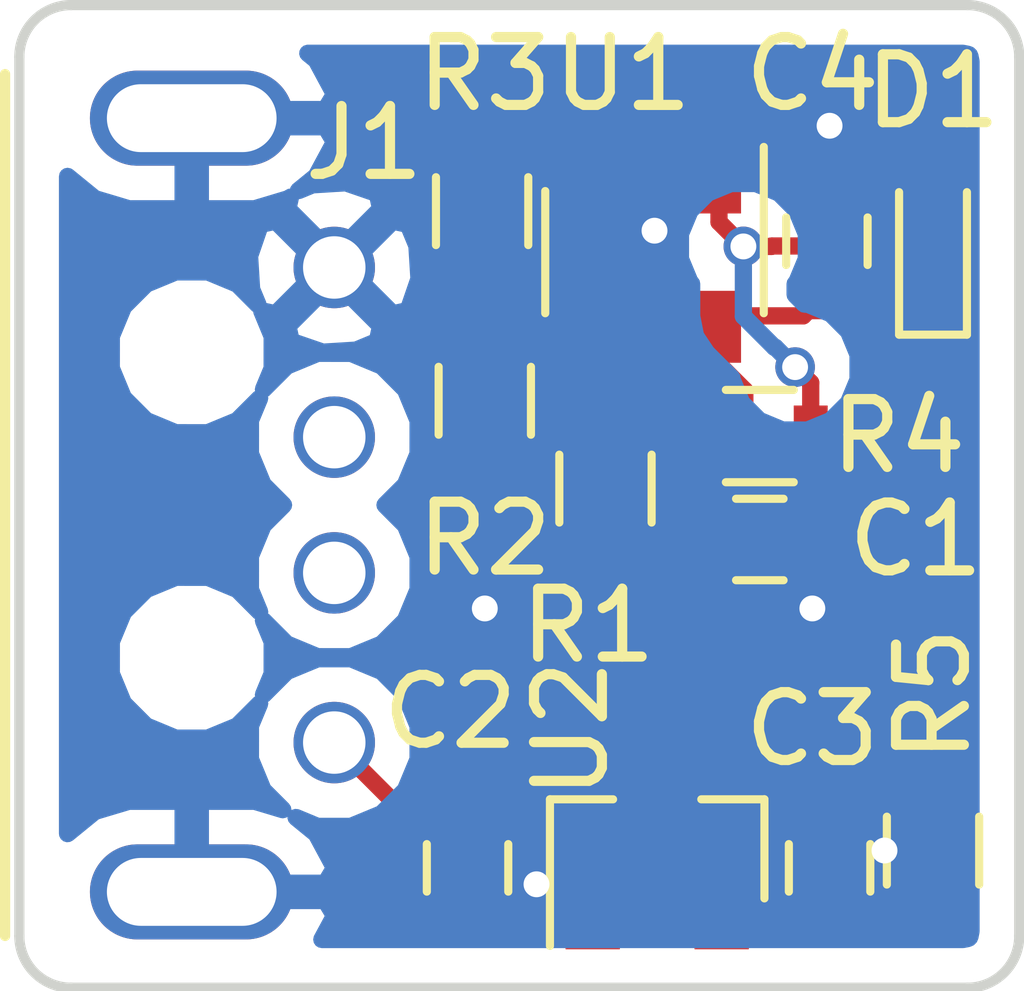
<source format=kicad_pcb>
(kicad_pcb (version 4) (host pcbnew 4.0.7)

  (general
    (links 25)
    (no_connects 2)
    (area 126.924999 106.858999 141.807001 121.487001)
    (thickness 1.6)
    (drawings 8)
    (tracks 79)
    (zones 0)
    (modules 13)
    (nets 10)
  )

  (page A4)
  (layers
    (0 F.Cu signal)
    (31 B.Cu signal)
    (32 B.Adhes user)
    (33 F.Adhes user)
    (34 B.Paste user)
    (35 F.Paste user)
    (36 B.SilkS user)
    (37 F.SilkS user)
    (38 B.Mask user)
    (39 F.Mask user)
    (40 Dwgs.User user)
    (41 Cmts.User user)
    (42 Eco1.User user)
    (43 Eco2.User user)
    (44 Edge.Cuts user)
    (45 Margin user)
    (46 B.CrtYd user)
    (47 F.CrtYd user)
    (48 B.Fab user)
    (49 F.Fab user)
  )

  (setup
    (last_trace_width 0.254)
    (trace_clearance 0.1524)
    (zone_clearance 0.508)
    (zone_45_only no)
    (trace_min 0.2)
    (segment_width 0.2)
    (edge_width 0.15)
    (via_size 0.5842)
    (via_drill 0.381)
    (via_min_size 0.4)
    (via_min_drill 0.3)
    (uvia_size 0.3)
    (uvia_drill 0.1)
    (uvias_allowed no)
    (uvia_min_size 0.2)
    (uvia_min_drill 0.1)
    (pcb_text_width 0.3)
    (pcb_text_size 1.5 1.5)
    (mod_edge_width 0.15)
    (mod_text_size 1 1)
    (mod_text_width 0.15)
    (pad_size 1.524 1.524)
    (pad_drill 0.762)
    (pad_to_mask_clearance 0.2)
    (aux_axis_origin 0 0)
    (visible_elements FFFFFF7F)
    (pcbplotparams
      (layerselection 0x00030_80000001)
      (usegerberextensions false)
      (excludeedgelayer true)
      (linewidth 0.100000)
      (plotframeref false)
      (viasonmask false)
      (mode 1)
      (useauxorigin false)
      (hpglpennumber 1)
      (hpglpenspeed 20)
      (hpglpendiameter 15)
      (hpglpenoverlay 2)
      (psnegative false)
      (psa4output false)
      (plotreference true)
      (plotvalue true)
      (plotinvisibletext false)
      (padsonsilk false)
      (subtractmaskfromsilk false)
      (outputformat 1)
      (mirror false)
      (drillshape 1)
      (scaleselection 1)
      (outputdirectory ""))
  )

  (net 0 "")
  (net 1 GND)
  (net 2 "Net-(C1-Pad1)")
  (net 3 VBUS)
  (net 4 +3V3)
  (net 5 /S_out)
  (net 6 "Net-(D1-Pad1)")
  (net 7 "Net-(J1-Pad2)")
  (net 8 "Net-(J1-Pad3)")
  (net 9 "Net-(R1-Pad1)")

  (net_class Default "This is the default net class."
    (clearance 0.1524)
    (trace_width 0.254)
    (via_dia 0.5842)
    (via_drill 0.381)
    (uvia_dia 0.3)
    (uvia_drill 0.1)
    (add_net +3V3)
    (add_net /S_out)
    (add_net GND)
    (add_net "Net-(C1-Pad1)")
    (add_net "Net-(D1-Pad1)")
    (add_net "Net-(J1-Pad2)")
    (add_net "Net-(J1-Pad3)")
    (add_net "Net-(R1-Pad1)")
    (add_net VBUS)
  )

  (module Capacitors_SMD:C_0603 (layer F.Cu) (tedit 59B98149) (tstamp 59B97E43)
    (at 137.91 114.808)
    (descr "Capacitor SMD 0603, reflow soldering, AVX (see smccp.pdf)")
    (tags "capacitor 0603")
    (path /59B8A0AB)
    (attr smd)
    (fp_text reference C1 (at 2.298 0) (layer F.SilkS)
      (effects (font (size 1 1) (thickness 0.15)))
    )
    (fp_text value "10uF 5%" (at 0 1.5) (layer F.Fab) hide
      (effects (font (size 1 1) (thickness 0.15)))
    )
    (fp_line (start 1.4 0.65) (end -1.4 0.65) (layer F.CrtYd) (width 0.05))
    (fp_line (start 1.4 0.65) (end 1.4 -0.65) (layer F.CrtYd) (width 0.05))
    (fp_line (start -1.4 -0.65) (end -1.4 0.65) (layer F.CrtYd) (width 0.05))
    (fp_line (start -1.4 -0.65) (end 1.4 -0.65) (layer F.CrtYd) (width 0.05))
    (fp_line (start 0.35 0.6) (end -0.35 0.6) (layer F.SilkS) (width 0.12))
    (fp_line (start -0.35 -0.6) (end 0.35 -0.6) (layer F.SilkS) (width 0.12))
    (fp_line (start -0.8 -0.4) (end 0.8 -0.4) (layer F.Fab) (width 0.1))
    (fp_line (start 0.8 -0.4) (end 0.8 0.4) (layer F.Fab) (width 0.1))
    (fp_line (start 0.8 0.4) (end -0.8 0.4) (layer F.Fab) (width 0.1))
    (fp_line (start -0.8 0.4) (end -0.8 -0.4) (layer F.Fab) (width 0.1))
    (fp_text user %R (at 0 0) (layer F.Fab)
      (effects (font (size 0.3 0.3) (thickness 0.075)))
    )
    (pad 2 smd rect (at 0.75 0) (size 0.8 0.75) (layers F.Cu F.Paste F.Mask)
      (net 1 GND))
    (pad 1 smd rect (at -0.75 0) (size 0.8 0.75) (layers F.Cu F.Paste F.Mask)
      (net 2 "Net-(C1-Pad1)"))
    (model Capacitors_SMD.3dshapes/C_0603.wrl
      (at (xyz 0 0 0))
      (scale (xyz 1 1 1))
      (rotate (xyz 0 0 0))
    )
  )

  (module Capacitors_SMD:C_0603 (layer F.Cu) (tedit 59B986C2) (tstamp 59B97E49)
    (at 133.604 119.646 270)
    (descr "Capacitor SMD 0603, reflow soldering, AVX (see smccp.pdf)")
    (tags "capacitor 0603")
    (path /59B9747B)
    (attr smd)
    (fp_text reference C2 (at -2.298 0.254 360) (layer F.SilkS)
      (effects (font (size 1 1) (thickness 0.15)))
    )
    (fp_text value "10uF 5%" (at 0 1.5 270) (layer F.Fab) hide
      (effects (font (size 1 1) (thickness 0.15)))
    )
    (fp_line (start 1.4 0.65) (end -1.4 0.65) (layer F.CrtYd) (width 0.05))
    (fp_line (start 1.4 0.65) (end 1.4 -0.65) (layer F.CrtYd) (width 0.05))
    (fp_line (start -1.4 -0.65) (end -1.4 0.65) (layer F.CrtYd) (width 0.05))
    (fp_line (start -1.4 -0.65) (end 1.4 -0.65) (layer F.CrtYd) (width 0.05))
    (fp_line (start 0.35 0.6) (end -0.35 0.6) (layer F.SilkS) (width 0.12))
    (fp_line (start -0.35 -0.6) (end 0.35 -0.6) (layer F.SilkS) (width 0.12))
    (fp_line (start -0.8 -0.4) (end 0.8 -0.4) (layer F.Fab) (width 0.1))
    (fp_line (start 0.8 -0.4) (end 0.8 0.4) (layer F.Fab) (width 0.1))
    (fp_line (start 0.8 0.4) (end -0.8 0.4) (layer F.Fab) (width 0.1))
    (fp_line (start -0.8 0.4) (end -0.8 -0.4) (layer F.Fab) (width 0.1))
    (fp_text user %R (at 0 0 270) (layer F.Fab)
      (effects (font (size 0.3 0.3) (thickness 0.075)))
    )
    (pad 2 smd rect (at 0.75 0 270) (size 0.8 0.75) (layers F.Cu F.Paste F.Mask)
      (net 1 GND))
    (pad 1 smd rect (at -0.75 0 270) (size 0.8 0.75) (layers F.Cu F.Paste F.Mask)
      (net 3 VBUS))
    (model Capacitors_SMD.3dshapes/C_0603.wrl
      (at (xyz 0 0 0))
      (scale (xyz 1 1 1))
      (rotate (xyz 0 0 0))
    )
  )

  (module Capacitors_SMD:C_0603 (layer F.Cu) (tedit 59B985F3) (tstamp 59B97E4F)
    (at 138.938 119.646 270)
    (descr "Capacitor SMD 0603, reflow soldering, AVX (see smccp.pdf)")
    (tags "capacitor 0603")
    (path /59B97AF9)
    (attr smd)
    (fp_text reference C3 (at -2.044 0.254 360) (layer F.SilkS)
      (effects (font (size 1 1) (thickness 0.15)))
    )
    (fp_text value "1uF 5%" (at 0 1.5 270) (layer F.Fab) hide
      (effects (font (size 1 1) (thickness 0.15)))
    )
    (fp_line (start 1.4 0.65) (end -1.4 0.65) (layer F.CrtYd) (width 0.05))
    (fp_line (start 1.4 0.65) (end 1.4 -0.65) (layer F.CrtYd) (width 0.05))
    (fp_line (start -1.4 -0.65) (end -1.4 0.65) (layer F.CrtYd) (width 0.05))
    (fp_line (start -1.4 -0.65) (end 1.4 -0.65) (layer F.CrtYd) (width 0.05))
    (fp_line (start 0.35 0.6) (end -0.35 0.6) (layer F.SilkS) (width 0.12))
    (fp_line (start -0.35 -0.6) (end 0.35 -0.6) (layer F.SilkS) (width 0.12))
    (fp_line (start -0.8 -0.4) (end 0.8 -0.4) (layer F.Fab) (width 0.1))
    (fp_line (start 0.8 -0.4) (end 0.8 0.4) (layer F.Fab) (width 0.1))
    (fp_line (start 0.8 0.4) (end -0.8 0.4) (layer F.Fab) (width 0.1))
    (fp_line (start -0.8 0.4) (end -0.8 -0.4) (layer F.Fab) (width 0.1))
    (fp_text user %R (at 0 0 270) (layer F.Fab)
      (effects (font (size 0.3 0.3) (thickness 0.075)))
    )
    (pad 2 smd rect (at 0.75 0 270) (size 0.8 0.75) (layers F.Cu F.Paste F.Mask)
      (net 1 GND))
    (pad 1 smd rect (at -0.75 0 270) (size 0.8 0.75) (layers F.Cu F.Paste F.Mask)
      (net 4 +3V3))
    (model Capacitors_SMD.3dshapes/C_0603.wrl
      (at (xyz 0 0 0))
      (scale (xyz 1 1 1))
      (rotate (xyz 0 0 0))
    )
  )

  (module Capacitors_SMD:C_0603 (layer F.Cu) (tedit 59B981AA) (tstamp 59B97E55)
    (at 138.898619 110.412937 270)
    (descr "Capacitor SMD 0603, reflow soldering, AVX (see smccp.pdf)")
    (tags "capacitor 0603")
    (path /59B97C78)
    (attr smd)
    (fp_text reference C4 (at -2.462937 0.214619 360) (layer F.SilkS)
      (effects (font (size 1 1) (thickness 0.15)))
    )
    (fp_text value "0.1uF 5%" (at 0 1.5 270) (layer F.Fab) hide
      (effects (font (size 1 1) (thickness 0.15)))
    )
    (fp_line (start 1.4 0.65) (end -1.4 0.65) (layer F.CrtYd) (width 0.05))
    (fp_line (start 1.4 0.65) (end 1.4 -0.65) (layer F.CrtYd) (width 0.05))
    (fp_line (start -1.4 -0.65) (end -1.4 0.65) (layer F.CrtYd) (width 0.05))
    (fp_line (start -1.4 -0.65) (end 1.4 -0.65) (layer F.CrtYd) (width 0.05))
    (fp_line (start 0.35 0.6) (end -0.35 0.6) (layer F.SilkS) (width 0.12))
    (fp_line (start -0.35 -0.6) (end 0.35 -0.6) (layer F.SilkS) (width 0.12))
    (fp_line (start -0.8 -0.4) (end 0.8 -0.4) (layer F.Fab) (width 0.1))
    (fp_line (start 0.8 -0.4) (end 0.8 0.4) (layer F.Fab) (width 0.1))
    (fp_line (start 0.8 0.4) (end -0.8 0.4) (layer F.Fab) (width 0.1))
    (fp_line (start -0.8 0.4) (end -0.8 -0.4) (layer F.Fab) (width 0.1))
    (fp_text user %R (at 0 0 270) (layer F.Fab)
      (effects (font (size 0.3 0.3) (thickness 0.075)))
    )
    (pad 2 smd rect (at 0.75 0 270) (size 0.8 0.75) (layers F.Cu F.Paste F.Mask)
      (net 4 +3V3))
    (pad 1 smd rect (at -0.75 0 270) (size 0.8 0.75) (layers F.Cu F.Paste F.Mask)
      (net 1 GND))
    (model Capacitors_SMD.3dshapes/C_0603.wrl
      (at (xyz 0 0 0))
      (scale (xyz 1 1 1))
      (rotate (xyz 0 0 0))
    )
  )

  (module LEDs:LED_0603 (layer F.Cu) (tedit 59B98C1A) (tstamp 59B97E5B)
    (at 140.462 110.49 90)
    (descr "LED 0603 smd package")
    (tags "LED led 0603 SMD smd SMT smt smdled SMDLED smtled SMTLED")
    (path /59B987E7)
    (attr smd)
    (fp_text reference D1 (at 2.286 0 180) (layer F.SilkS)
      (effects (font (size 1 1) (thickness 0.15)))
    )
    (fp_text value LED (at 0 1.35 90) (layer F.Fab) hide
      (effects (font (size 1 1) (thickness 0.15)))
    )
    (fp_line (start -1.3 -0.5) (end -1.3 0.5) (layer F.SilkS) (width 0.12))
    (fp_line (start -0.2 -0.2) (end -0.2 0.2) (layer F.Fab) (width 0.1))
    (fp_line (start -0.15 0) (end 0.15 -0.2) (layer F.Fab) (width 0.1))
    (fp_line (start 0.15 0.2) (end -0.15 0) (layer F.Fab) (width 0.1))
    (fp_line (start 0.15 -0.2) (end 0.15 0.2) (layer F.Fab) (width 0.1))
    (fp_line (start 0.8 0.4) (end -0.8 0.4) (layer F.Fab) (width 0.1))
    (fp_line (start 0.8 -0.4) (end 0.8 0.4) (layer F.Fab) (width 0.1))
    (fp_line (start -0.8 -0.4) (end 0.8 -0.4) (layer F.Fab) (width 0.1))
    (fp_line (start -0.8 0.4) (end -0.8 -0.4) (layer F.Fab) (width 0.1))
    (fp_line (start -1.3 0.5) (end 0.8 0.5) (layer F.SilkS) (width 0.12))
    (fp_line (start -1.3 -0.5) (end 0.8 -0.5) (layer F.SilkS) (width 0.12))
    (fp_line (start 1.45 -0.65) (end 1.45 0.65) (layer F.CrtYd) (width 0.05))
    (fp_line (start 1.45 0.65) (end -1.45 0.65) (layer F.CrtYd) (width 0.05))
    (fp_line (start -1.45 0.65) (end -1.45 -0.65) (layer F.CrtYd) (width 0.05))
    (fp_line (start -1.45 -0.65) (end 1.45 -0.65) (layer F.CrtYd) (width 0.05))
    (pad 2 smd rect (at 0.8 0 270) (size 0.8 0.8) (layers F.Cu F.Paste F.Mask)
      (net 5 /S_out))
    (pad 1 smd rect (at -0.8 0 270) (size 0.8 0.8) (layers F.Cu F.Paste F.Mask)
      (net 6 "Net-(D1-Pad1)"))
    (model ${KISYS3DMOD}/LEDs.3dshapes/LED_0603.wrl
      (at (xyz 0 0 0))
      (scale (xyz 1 1 1))
      (rotate (xyz 0 0 180))
    )
  )

  (module Eclectronics:USB_A_480370001 (layer F.Cu) (tedit 59B98143) (tstamp 59B97E67)
    (at 129.54 114.3 270)
    (path /59B9ABD8)
    (fp_text reference J1 (at -5.334 -2.54 360) (layer F.SilkS)
      (effects (font (size 1 1) (thickness 0.15)))
    )
    (fp_text value USB_A (at 0 -4.6 270) (layer F.Fab) hide
      (effects (font (size 1 1) (thickness 0.15)))
    )
    (fp_line (start -6.35 2.75) (end 6.35 2.75) (layer F.SilkS) (width 0.15))
    (pad 5 thru_hole oval (at 5.7 0 270) (size 1.4 3) (drill oval 1 2.5) (layers *.Cu *.Mask)
      (net 1 GND))
    (pad 2 thru_hole circle (at 1 -2.1 270) (size 1.2 1.2) (drill 0.92) (layers *.Cu *.Mask)
      (net 7 "Net-(J1-Pad2)"))
    (pad 1 thru_hole circle (at 3.5 -2.1 270) (size 1.2 1.2) (drill 0.92) (layers *.Cu *.Mask)
      (net 3 VBUS))
    (pad 3 thru_hole circle (at -1 -2.1 270) (size 1.2 1.2) (drill 0.92) (layers *.Cu *.Mask)
      (net 8 "Net-(J1-Pad3)"))
    (pad 4 thru_hole circle (at -3.5 -2.1 270) (size 1.2 1.2) (drill 0.92) (layers *.Cu *.Mask)
      (net 1 GND))
    (pad "" np_thru_hole circle (at 2.25 0 270) (size 1.1 1.1) (drill 1.1) (layers *.Cu *.Mask))
    (pad "" np_thru_hole circle (at -2.25 0 270) (size 1.1 1.1) (drill 1.1) (layers *.Cu *.Mask))
    (pad 5 thru_hole oval (at -5.7 0 270) (size 1.4 3) (drill oval 1 2.5) (layers *.Cu *.Mask)
      (net 1 GND))
  )

  (module Resistors_SMD:R_0603 (layer F.Cu) (tedit 59B985F7) (tstamp 59B97E6D)
    (at 135.636 114.058 270)
    (descr "Resistor SMD 0603, reflow soldering, Vishay (see dcrcw.pdf)")
    (tags "resistor 0603")
    (path /59B89B1A)
    (attr smd)
    (fp_text reference R1 (at 2.02 0.254 360) (layer F.SilkS)
      (effects (font (size 1 1) (thickness 0.15)))
    )
    (fp_text value "20K 1%" (at 0 1.5 270) (layer F.Fab) hide
      (effects (font (size 1 1) (thickness 0.15)))
    )
    (fp_text user %R (at 0 0 270) (layer F.Fab)
      (effects (font (size 0.4 0.4) (thickness 0.075)))
    )
    (fp_line (start -0.8 0.4) (end -0.8 -0.4) (layer F.Fab) (width 0.1))
    (fp_line (start 0.8 0.4) (end -0.8 0.4) (layer F.Fab) (width 0.1))
    (fp_line (start 0.8 -0.4) (end 0.8 0.4) (layer F.Fab) (width 0.1))
    (fp_line (start -0.8 -0.4) (end 0.8 -0.4) (layer F.Fab) (width 0.1))
    (fp_line (start 0.5 0.68) (end -0.5 0.68) (layer F.SilkS) (width 0.12))
    (fp_line (start -0.5 -0.68) (end 0.5 -0.68) (layer F.SilkS) (width 0.12))
    (fp_line (start -1.25 -0.7) (end 1.25 -0.7) (layer F.CrtYd) (width 0.05))
    (fp_line (start -1.25 -0.7) (end -1.25 0.7) (layer F.CrtYd) (width 0.05))
    (fp_line (start 1.25 0.7) (end 1.25 -0.7) (layer F.CrtYd) (width 0.05))
    (fp_line (start 1.25 0.7) (end -1.25 0.7) (layer F.CrtYd) (width 0.05))
    (pad 1 smd rect (at -0.75 0 270) (size 0.5 0.9) (layers F.Cu F.Paste F.Mask)
      (net 9 "Net-(R1-Pad1)"))
    (pad 2 smd rect (at 0.75 0 270) (size 0.5 0.9) (layers F.Cu F.Paste F.Mask)
      (net 4 +3V3))
    (model ${KISYS3DMOD}/Resistors_SMD.3dshapes/R_0603.wrl
      (at (xyz 0 0 0))
      (scale (xyz 1 1 1))
      (rotate (xyz 0 0 0))
    )
  )

  (module Resistors_SMD:R_0603 (layer F.Cu) (tedit 59B985EC) (tstamp 59B97E73)
    (at 133.858 112.764 270)
    (descr "Resistor SMD 0603, reflow soldering, Vishay (see dcrcw.pdf)")
    (tags "resistor 0603")
    (path /59B89BFB)
    (attr smd)
    (fp_text reference R2 (at 2.032 0 360) (layer F.SilkS)
      (effects (font (size 1 1) (thickness 0.15)))
    )
    (fp_text value "20K 1%" (at 0 1.5 270) (layer F.Fab) hide
      (effects (font (size 1 1) (thickness 0.15)))
    )
    (fp_text user %R (at 0 0 270) (layer F.Fab)
      (effects (font (size 0.4 0.4) (thickness 0.075)))
    )
    (fp_line (start -0.8 0.4) (end -0.8 -0.4) (layer F.Fab) (width 0.1))
    (fp_line (start 0.8 0.4) (end -0.8 0.4) (layer F.Fab) (width 0.1))
    (fp_line (start 0.8 -0.4) (end 0.8 0.4) (layer F.Fab) (width 0.1))
    (fp_line (start -0.8 -0.4) (end 0.8 -0.4) (layer F.Fab) (width 0.1))
    (fp_line (start 0.5 0.68) (end -0.5 0.68) (layer F.SilkS) (width 0.12))
    (fp_line (start -0.5 -0.68) (end 0.5 -0.68) (layer F.SilkS) (width 0.12))
    (fp_line (start -1.25 -0.7) (end 1.25 -0.7) (layer F.CrtYd) (width 0.05))
    (fp_line (start -1.25 -0.7) (end -1.25 0.7) (layer F.CrtYd) (width 0.05))
    (fp_line (start 1.25 0.7) (end 1.25 -0.7) (layer F.CrtYd) (width 0.05))
    (fp_line (start 1.25 0.7) (end -1.25 0.7) (layer F.CrtYd) (width 0.05))
    (pad 1 smd rect (at -0.75 0 270) (size 0.5 0.9) (layers F.Cu F.Paste F.Mask)
      (net 9 "Net-(R1-Pad1)"))
    (pad 2 smd rect (at 0.75 0 270) (size 0.5 0.9) (layers F.Cu F.Paste F.Mask)
      (net 1 GND))
    (model ${KISYS3DMOD}/Resistors_SMD.3dshapes/R_0603.wrl
      (at (xyz 0 0 0))
      (scale (xyz 1 1 1))
      (rotate (xyz 0 0 0))
    )
  )

  (module Resistors_SMD:R_0603 (layer F.Cu) (tedit 59B981FA) (tstamp 59B97E79)
    (at 133.818619 109.97 270)
    (descr "Resistor SMD 0603, reflow soldering, Vishay (see dcrcw.pdf)")
    (tags "resistor 0603")
    (path /59B89C16)
    (attr smd)
    (fp_text reference R3 (at -2.02 -0.039381 540) (layer F.SilkS)
      (effects (font (size 1 1) (thickness 0.15)))
    )
    (fp_text value "10K 1%" (at 0 1.5 270) (layer F.Fab) hide
      (effects (font (size 1 1) (thickness 0.15)))
    )
    (fp_text user %R (at 0 0 270) (layer F.Fab)
      (effects (font (size 0.4 0.4) (thickness 0.075)))
    )
    (fp_line (start -0.8 0.4) (end -0.8 -0.4) (layer F.Fab) (width 0.1))
    (fp_line (start 0.8 0.4) (end -0.8 0.4) (layer F.Fab) (width 0.1))
    (fp_line (start 0.8 -0.4) (end 0.8 0.4) (layer F.Fab) (width 0.1))
    (fp_line (start -0.8 -0.4) (end 0.8 -0.4) (layer F.Fab) (width 0.1))
    (fp_line (start 0.5 0.68) (end -0.5 0.68) (layer F.SilkS) (width 0.12))
    (fp_line (start -0.5 -0.68) (end 0.5 -0.68) (layer F.SilkS) (width 0.12))
    (fp_line (start -1.25 -0.7) (end 1.25 -0.7) (layer F.CrtYd) (width 0.05))
    (fp_line (start -1.25 -0.7) (end -1.25 0.7) (layer F.CrtYd) (width 0.05))
    (fp_line (start 1.25 0.7) (end 1.25 -0.7) (layer F.CrtYd) (width 0.05))
    (fp_line (start 1.25 0.7) (end -1.25 0.7) (layer F.CrtYd) (width 0.05))
    (pad 1 smd rect (at -0.75 0 270) (size 0.5 0.9) (layers F.Cu F.Paste F.Mask)
      (net 5 /S_out))
    (pad 2 smd rect (at 0.75 0 270) (size 0.5 0.9) (layers F.Cu F.Paste F.Mask)
      (net 9 "Net-(R1-Pad1)"))
    (model ${KISYS3DMOD}/Resistors_SMD.3dshapes/R_0603.wrl
      (at (xyz 0 0 0))
      (scale (xyz 1 1 1))
      (rotate (xyz 0 0 0))
    )
  )

  (module Resistors_SMD:R_0603 (layer F.Cu) (tedit 59B985F0) (tstamp 59B97E7F)
    (at 137.91 113.284 180)
    (descr "Resistor SMD 0603, reflow soldering, Vishay (see dcrcw.pdf)")
    (tags "resistor 0603")
    (path /59B899F7)
    (attr smd)
    (fp_text reference R4 (at -2.044 0 360) (layer F.SilkS)
      (effects (font (size 1 1) (thickness 0.15)))
    )
    (fp_text value "40.2K 1%" (at 0 1.5 180) (layer F.Fab) hide
      (effects (font (size 1 1) (thickness 0.15)))
    )
    (fp_text user %R (at 0 0 180) (layer F.Fab)
      (effects (font (size 0.4 0.4) (thickness 0.075)))
    )
    (fp_line (start -0.8 0.4) (end -0.8 -0.4) (layer F.Fab) (width 0.1))
    (fp_line (start 0.8 0.4) (end -0.8 0.4) (layer F.Fab) (width 0.1))
    (fp_line (start 0.8 -0.4) (end 0.8 0.4) (layer F.Fab) (width 0.1))
    (fp_line (start -0.8 -0.4) (end 0.8 -0.4) (layer F.Fab) (width 0.1))
    (fp_line (start 0.5 0.68) (end -0.5 0.68) (layer F.SilkS) (width 0.12))
    (fp_line (start -0.5 -0.68) (end 0.5 -0.68) (layer F.SilkS) (width 0.12))
    (fp_line (start -1.25 -0.7) (end 1.25 -0.7) (layer F.CrtYd) (width 0.05))
    (fp_line (start -1.25 -0.7) (end -1.25 0.7) (layer F.CrtYd) (width 0.05))
    (fp_line (start 1.25 0.7) (end 1.25 -0.7) (layer F.CrtYd) (width 0.05))
    (fp_line (start 1.25 0.7) (end -1.25 0.7) (layer F.CrtYd) (width 0.05))
    (pad 1 smd rect (at -0.75 0 180) (size 0.5 0.9) (layers F.Cu F.Paste F.Mask)
      (net 5 /S_out))
    (pad 2 smd rect (at 0.75 0 180) (size 0.5 0.9) (layers F.Cu F.Paste F.Mask)
      (net 2 "Net-(C1-Pad1)"))
    (model ${KISYS3DMOD}/Resistors_SMD.3dshapes/R_0603.wrl
      (at (xyz 0 0 0))
      (scale (xyz 1 1 1))
      (rotate (xyz 0 0 0))
    )
  )

  (module Resistors_SMD:R_0603 (layer F.Cu) (tedit 59B98625) (tstamp 59B97E85)
    (at 140.462 119.392 270)
    (descr "Resistor SMD 0603, reflow soldering, Vishay (see dcrcw.pdf)")
    (tags "resistor 0603")
    (path /59B98AA4)
    (attr smd)
    (fp_text reference R5 (at -2.298 0 270) (layer F.SilkS)
      (effects (font (size 1 1) (thickness 0.15)))
    )
    (fp_text value "3.01K 1%" (at 0 1.5 270) (layer F.Fab) hide
      (effects (font (size 1 1) (thickness 0.15)))
    )
    (fp_text user %R (at 0 0 270) (layer F.Fab)
      (effects (font (size 0.4 0.4) (thickness 0.075)))
    )
    (fp_line (start -0.8 0.4) (end -0.8 -0.4) (layer F.Fab) (width 0.1))
    (fp_line (start 0.8 0.4) (end -0.8 0.4) (layer F.Fab) (width 0.1))
    (fp_line (start 0.8 -0.4) (end 0.8 0.4) (layer F.Fab) (width 0.1))
    (fp_line (start -0.8 -0.4) (end 0.8 -0.4) (layer F.Fab) (width 0.1))
    (fp_line (start 0.5 0.68) (end -0.5 0.68) (layer F.SilkS) (width 0.12))
    (fp_line (start -0.5 -0.68) (end 0.5 -0.68) (layer F.SilkS) (width 0.12))
    (fp_line (start -1.25 -0.7) (end 1.25 -0.7) (layer F.CrtYd) (width 0.05))
    (fp_line (start -1.25 -0.7) (end -1.25 0.7) (layer F.CrtYd) (width 0.05))
    (fp_line (start 1.25 0.7) (end 1.25 -0.7) (layer F.CrtYd) (width 0.05))
    (fp_line (start 1.25 0.7) (end -1.25 0.7) (layer F.CrtYd) (width 0.05))
    (pad 1 smd rect (at -0.75 0 270) (size 0.5 0.9) (layers F.Cu F.Paste F.Mask)
      (net 6 "Net-(D1-Pad1)"))
    (pad 2 smd rect (at 0.75 0 270) (size 0.5 0.9) (layers F.Cu F.Paste F.Mask)
      (net 1 GND))
    (model ${KISYS3DMOD}/Resistors_SMD.3dshapes/R_0603.wrl
      (at (xyz 0 0 0))
      (scale (xyz 1 1 1))
      (rotate (xyz 0 0 0))
    )
  )

  (module TO_SOT_Packages_SMD:SOT-23-5 (layer F.Cu) (tedit 59B981E6) (tstamp 59B97E8E)
    (at 136.358619 110.574 270)
    (descr "5-pin SOT23 package")
    (tags SOT-23-5)
    (path /59B96A4F)
    (attr smd)
    (fp_text reference U1 (at -2.624 0.468619 360) (layer F.SilkS)
      (effects (font (size 1 1) (thickness 0.15)))
    )
    (fp_text value MCP6021 (at 0 2.9 270) (layer F.Fab) hide
      (effects (font (size 1 1) (thickness 0.15)))
    )
    (fp_text user %R (at 0 0 360) (layer F.Fab)
      (effects (font (size 0.5 0.5) (thickness 0.075)))
    )
    (fp_line (start -0.9 1.61) (end 0.9 1.61) (layer F.SilkS) (width 0.12))
    (fp_line (start 0.9 -1.61) (end -1.55 -1.61) (layer F.SilkS) (width 0.12))
    (fp_line (start -1.9 -1.8) (end 1.9 -1.8) (layer F.CrtYd) (width 0.05))
    (fp_line (start 1.9 -1.8) (end 1.9 1.8) (layer F.CrtYd) (width 0.05))
    (fp_line (start 1.9 1.8) (end -1.9 1.8) (layer F.CrtYd) (width 0.05))
    (fp_line (start -1.9 1.8) (end -1.9 -1.8) (layer F.CrtYd) (width 0.05))
    (fp_line (start -0.9 -0.9) (end -0.25 -1.55) (layer F.Fab) (width 0.1))
    (fp_line (start 0.9 -1.55) (end -0.25 -1.55) (layer F.Fab) (width 0.1))
    (fp_line (start -0.9 -0.9) (end -0.9 1.55) (layer F.Fab) (width 0.1))
    (fp_line (start 0.9 1.55) (end -0.9 1.55) (layer F.Fab) (width 0.1))
    (fp_line (start 0.9 -1.55) (end 0.9 1.55) (layer F.Fab) (width 0.1))
    (pad 1 smd rect (at -1.1 -0.95 270) (size 1.06 0.65) (layers F.Cu F.Paste F.Mask)
      (net 5 /S_out))
    (pad 2 smd rect (at -1.1 0 270) (size 1.06 0.65) (layers F.Cu F.Paste F.Mask)
      (net 1 GND))
    (pad 3 smd rect (at -1.1 0.95 270) (size 1.06 0.65) (layers F.Cu F.Paste F.Mask)
      (net 2 "Net-(C1-Pad1)"))
    (pad 4 smd rect (at 1.1 0.95 270) (size 1.06 0.65) (layers F.Cu F.Paste F.Mask)
      (net 9 "Net-(R1-Pad1)"))
    (pad 5 smd rect (at 1.1 -0.95 270) (size 1.06 0.65) (layers F.Cu F.Paste F.Mask)
      (net 4 +3V3))
    (model ${KISYS3DMOD}/TO_SOT_Packages_SMD.3dshapes/SOT-23-5.wrl
      (at (xyz 0 0 0))
      (scale (xyz 1 1 1))
      (rotate (xyz 0 0 0))
    )
  )

  (module TO_SOT_Packages_SMD:SOT-23 (layer F.Cu) (tedit 59B982B9) (tstamp 59B97E95)
    (at 136.398 119.396 90)
    (descr "SOT-23, Standard")
    (tags SOT-23)
    (path /59B972C8)
    (attr smd)
    (fp_text reference U2 (at 1.794 -1.27 270) (layer F.SilkS)
      (effects (font (size 1 1) (thickness 0.15)))
    )
    (fp_text value MCP1702-3302E (at 0 2.5 90) (layer F.Fab) hide
      (effects (font (size 1 1) (thickness 0.15)))
    )
    (fp_text user %R (at 0 0 270) (layer F.Fab)
      (effects (font (size 0.5 0.5) (thickness 0.075)))
    )
    (fp_line (start -0.7 -0.95) (end -0.7 1.5) (layer F.Fab) (width 0.1))
    (fp_line (start -0.15 -1.52) (end 0.7 -1.52) (layer F.Fab) (width 0.1))
    (fp_line (start -0.7 -0.95) (end -0.15 -1.52) (layer F.Fab) (width 0.1))
    (fp_line (start 0.7 -1.52) (end 0.7 1.52) (layer F.Fab) (width 0.1))
    (fp_line (start -0.7 1.52) (end 0.7 1.52) (layer F.Fab) (width 0.1))
    (fp_line (start 0.76 1.58) (end 0.76 0.65) (layer F.SilkS) (width 0.12))
    (fp_line (start 0.76 -1.58) (end 0.76 -0.65) (layer F.SilkS) (width 0.12))
    (fp_line (start -1.7 -1.75) (end 1.7 -1.75) (layer F.CrtYd) (width 0.05))
    (fp_line (start 1.7 -1.75) (end 1.7 1.75) (layer F.CrtYd) (width 0.05))
    (fp_line (start 1.7 1.75) (end -1.7 1.75) (layer F.CrtYd) (width 0.05))
    (fp_line (start -1.7 1.75) (end -1.7 -1.75) (layer F.CrtYd) (width 0.05))
    (fp_line (start 0.76 -1.58) (end -1.4 -1.58) (layer F.SilkS) (width 0.12))
    (fp_line (start 0.76 1.58) (end -0.7 1.58) (layer F.SilkS) (width 0.12))
    (pad 1 smd rect (at -1 -0.95 90) (size 0.9 0.8) (layers F.Cu F.Paste F.Mask)
      (net 1 GND))
    (pad 2 smd rect (at -1 0.95 90) (size 0.9 0.8) (layers F.Cu F.Paste F.Mask)
      (net 4 +3V3))
    (pad 3 smd rect (at 1 0 90) (size 0.9 0.8) (layers F.Cu F.Paste F.Mask)
      (net 3 VBUS))
    (model ${KISYS3DMOD}/TO_SOT_Packages_SMD.3dshapes/SOT-23.wrl
      (at (xyz 0 0 0))
      (scale (xyz 1 1 1))
      (rotate (xyz 0 0 0))
    )
  )

  (gr_arc (start 127.762 120.65) (end 127.762 121.412) (angle 90) (layer Edge.Cuts) (width 0.15))
  (gr_arc (start 127.762 107.696) (end 127 107.696) (angle 90) (layer Edge.Cuts) (width 0.15))
  (gr_arc (start 140.97 120.65) (end 141.732 120.65) (angle 90) (layer Edge.Cuts) (width 0.15))
  (gr_arc (start 140.97 107.696) (end 140.97 106.934) (angle 90) (layer Edge.Cuts) (width 0.15))
  (gr_line (start 127 120.65) (end 127 107.696) (layer Edge.Cuts) (width 0.15))
  (gr_line (start 140.97 121.412) (end 127.762 121.412) (layer Edge.Cuts) (width 0.15))
  (gr_line (start 141.732 107.696) (end 141.732 120.65) (layer Edge.Cuts) (width 0.15))
  (gr_line (start 127.762 106.934) (end 140.97 106.934) (layer Edge.Cuts) (width 0.15))

  (segment (start 134.366 120.396) (end 135.448 120.396) (width 0.254) (layer F.Cu) (net 1))
  (segment (start 133.604 120.396) (end 134.366 120.396) (width 0.254) (layer F.Cu) (net 1))
  (via (at 134.62 119.888) (size 0.5842) (drill 0.381) (layers F.Cu B.Cu) (net 1))
  (segment (start 134.366 120.396) (end 134.366 120.142) (width 0.254) (layer F.Cu) (net 1))
  (segment (start 134.366 120.142) (end 134.62 119.888) (width 0.254) (layer F.Cu) (net 1))
  (segment (start 140.462 120.142) (end 140.462 120.104898) (width 0.254) (layer F.Cu) (net 1))
  (segment (start 140.462 120.104898) (end 139.747387 119.390285) (width 0.254) (layer F.Cu) (net 1))
  (via (at 139.747387 119.390285) (size 0.5842) (drill 0.381) (layers F.Cu B.Cu) (net 1))
  (segment (start 140.462 120.142) (end 139.192 120.142) (width 0.254) (layer F.Cu) (net 1))
  (segment (start 139.192 120.142) (end 138.938 120.396) (width 0.254) (layer F.Cu) (net 1))
  (segment (start 138.66 114.808) (end 138.66 115.8) (width 0.254) (layer F.Cu) (net 1))
  (segment (start 138.66 115.8) (end 138.684 115.824) (width 0.254) (layer F.Cu) (net 1))
  (via (at 138.684 115.824) (size 0.5842) (drill 0.381) (layers F.Cu B.Cu) (net 1))
  (via (at 136.358619 110.258) (size 0.5842) (drill 0.381) (layers F.Cu B.Cu) (net 1))
  (segment (start 138.898619 109.662937) (end 138.898619 108.751381) (width 0.254) (layer F.Cu) (net 1))
  (segment (start 138.898619 108.751381) (end 138.938 108.712) (width 0.254) (layer F.Cu) (net 1))
  (via (at 138.938 108.712) (size 0.5842) (drill 0.381) (layers F.Cu B.Cu) (net 1))
  (segment (start 136.358619 109.474) (end 136.358619 110.258) (width 0.254) (layer F.Cu) (net 1))
  (segment (start 133.858 113.514) (end 133.858 115.824) (width 0.254) (layer F.Cu) (net 1))
  (via (at 133.858 115.824) (size 0.5842) (drill 0.381) (layers F.Cu B.Cu) (net 1))
  (segment (start 132.249401 110.190599) (end 132.239999 110.200001) (width 0.254) (layer F.Cu) (net 1))
  (segment (start 132.239999 110.200001) (end 131.64 110.8) (width 0.254) (layer F.Cu) (net 1))
  (segment (start 137.16 113.284) (end 137.16 114.808) (width 0.254) (layer F.Cu) (net 2))
  (segment (start 137.16 112.883303) (end 137.16 113.284) (width 0.254) (layer F.Cu) (net 2))
  (segment (start 136.704218 111.694273) (end 136.704218 112.427521) (width 0.254) (layer F.Cu) (net 2))
  (segment (start 136.704218 112.427521) (end 137.16 112.883303) (width 0.254) (layer F.Cu) (net 2))
  (segment (start 135.408619 110.398674) (end 136.704218 111.694273) (width 0.254) (layer F.Cu) (net 2))
  (segment (start 135.408619 109.474) (end 135.408619 110.398674) (width 0.254) (layer F.Cu) (net 2))
  (segment (start 133.604 118.896) (end 132.736 118.896) (width 0.254) (layer F.Cu) (net 3))
  (segment (start 132.736 118.896) (end 131.64 117.8) (width 0.254) (layer F.Cu) (net 3))
  (segment (start 133.604 118.896) (end 133.604 118.871) (width 0.254) (layer F.Cu) (net 3))
  (segment (start 132.025 117.8) (end 131.64 117.8) (width 0.254) (layer F.Cu) (net 3))
  (segment (start 136.398 118.396) (end 134.104 118.396) (width 0.254) (layer F.Cu) (net 3))
  (segment (start 134.104 118.396) (end 133.604 118.896) (width 0.254) (layer F.Cu) (net 3))
  (segment (start 136.761 117.348) (end 136.253 117.348) (width 0.254) (layer F.Cu) (net 4))
  (segment (start 136.253 117.348) (end 135.636 116.731) (width 0.254) (layer F.Cu) (net 4))
  (segment (start 138.309 118.896) (end 136.761 117.348) (width 0.254) (layer F.Cu) (net 4))
  (segment (start 137.308619 111.674) (end 137.308619 112.229697) (width 0.254) (layer F.Cu) (net 4))
  (segment (start 137.308619 112.229697) (end 137.689401 112.610479) (width 0.254) (layer F.Cu) (net 4))
  (segment (start 137.689401 112.610479) (end 137.689401 114.059479) (width 0.254) (layer F.Cu) (net 4))
  (segment (start 137.689401 114.059479) (end 137.839401 114.209479) (width 0.254) (layer F.Cu) (net 4))
  (segment (start 137.839401 114.209479) (end 137.839401 115.406521) (width 0.254) (layer F.Cu) (net 4))
  (segment (start 137.839401 115.406521) (end 137.783521 115.462401) (width 0.254) (layer F.Cu) (net 4))
  (segment (start 137.783521 115.462401) (end 136.490401 115.462401) (width 0.254) (layer F.Cu) (net 4))
  (segment (start 136.490401 115.462401) (end 135.836 114.808) (width 0.254) (layer F.Cu) (net 4))
  (segment (start 135.836 114.808) (end 135.636 114.808) (width 0.254) (layer F.Cu) (net 4))
  (segment (start 137.308619 111.674) (end 137.308619 111.879) (width 0.254) (layer F.Cu) (net 4))
  (segment (start 138.938 118.896) (end 138.309 118.896) (width 0.254) (layer F.Cu) (net 4))
  (segment (start 135.636 116.731) (end 135.636 115.312) (width 0.254) (layer F.Cu) (net 4))
  (segment (start 135.636 115.312) (end 135.636 114.808) (width 0.254) (layer F.Cu) (net 4))
  (segment (start 137.348 120.396) (end 137.438 120.396) (width 0.254) (layer F.Cu) (net 4))
  (segment (start 137.438 120.396) (end 138.938 118.896) (width 0.254) (layer F.Cu) (net 4))
  (segment (start 137.308619 111.512937) (end 138.548619 111.512937) (width 0.254) (layer F.Cu) (net 4))
  (segment (start 138.548619 111.512937) (end 138.898619 111.162937) (width 0.254) (layer F.Cu) (net 4))
  (segment (start 138.43 112.268) (end 138.137901 111.975901) (width 0.254) (layer B.Cu) (net 5))
  (segment (start 138.137901 111.975901) (end 138.124802 111.975901) (width 0.254) (layer B.Cu) (net 5))
  (segment (start 138.124802 111.975901) (end 137.668 111.519099) (width 0.254) (layer B.Cu) (net 5))
  (segment (start 138.66 113.284) (end 138.66 112.498) (width 0.254) (layer F.Cu) (net 5))
  (segment (start 138.66 112.498) (end 138.43 112.268) (width 0.254) (layer F.Cu) (net 5))
  (segment (start 137.668 110.49) (end 138.081091 110.49) (width 0.254) (layer F.Cu) (net 5))
  (segment (start 138.081091 110.49) (end 138.087555 110.483536) (width 0.254) (layer F.Cu) (net 5))
  (segment (start 138.087555 110.483536) (end 140.322464 110.483536) (width 0.254) (layer F.Cu) (net 5))
  (segment (start 140.322464 110.483536) (end 140.462 110.344) (width 0.254) (layer F.Cu) (net 5))
  (segment (start 140.462 110.344) (end 140.462 109.69) (width 0.254) (layer F.Cu) (net 5))
  (segment (start 137.668 110.49) (end 137.668 111.519099) (width 0.254) (layer B.Cu) (net 5))
  (via (at 138.43 112.268) (size 0.5842) (drill 0.381) (layers F.Cu B.Cu) (net 5))
  (segment (start 137.308619 109.474) (end 137.308619 110.130619) (width 0.254) (layer F.Cu) (net 5))
  (segment (start 137.308619 110.130619) (end 137.668 110.49) (width 0.254) (layer F.Cu) (net 5))
  (via (at 137.668 110.49) (size 0.5842) (drill 0.381) (layers F.Cu B.Cu) (net 5))
  (segment (start 134.330619 108.204) (end 136.822619 108.204) (width 0.254) (layer F.Cu) (net 5))
  (segment (start 136.822619 108.204) (end 137.308619 108.69) (width 0.254) (layer F.Cu) (net 5))
  (segment (start 137.308619 108.69) (end 137.308619 109.474) (width 0.254) (layer F.Cu) (net 5))
  (segment (start 133.818619 109.22) (end 133.818619 108.716) (width 0.254) (layer F.Cu) (net 5))
  (segment (start 133.818619 108.716) (end 134.330619 108.204) (width 0.254) (layer F.Cu) (net 5))
  (segment (start 140.462 111.29) (end 140.462 119.15) (width 0.254) (layer F.Cu) (net 6))
  (segment (start 135.408619 111.674) (end 135.408619 113.080619) (width 0.254) (layer F.Cu) (net 9))
  (segment (start 135.408619 113.080619) (end 135.636 113.308) (width 0.254) (layer F.Cu) (net 9))
  (segment (start 133.818619 110.72) (end 134.454619 110.72) (width 0.254) (layer F.Cu) (net 9))
  (segment (start 134.454619 110.72) (end 135.408619 111.674) (width 0.254) (layer F.Cu) (net 9))

  (zone (net 1) (net_name GND) (layer B.Cu) (tstamp 0) (hatch edge 0.508)
    (connect_pads (clearance 0.508))
    (min_thickness 0.254)
    (fill yes (arc_segments 16) (thermal_gap 0.508) (thermal_bridge_width 0.508))
    (polygon
      (pts
        (xy 127.762 107.188) (xy 127.254 107.696) (xy 127.254 120.65) (xy 127.762 121.158) (xy 140.97 121.158)
        (xy 141.478 120.65) (xy 141.478 107.696) (xy 140.97 107.188)
      )
    )
    (filled_polygon
      (pts
        (xy 140.984574 107.660808) (xy 140.996933 107.669067) (xy 141.005192 107.681426) (xy 141.022 107.765927) (xy 141.022 120.580073)
        (xy 141.005192 120.664574) (xy 140.996933 120.676933) (xy 140.984574 120.685192) (xy 140.900074 120.702) (xy 131.455787 120.702)
        (xy 131.62198 120.39355) (xy 131.632716 120.333329) (xy 131.509374 120.127) (xy 129.667 120.127) (xy 129.667 120.147)
        (xy 129.413 120.147) (xy 129.413 120.127) (xy 129.393 120.127) (xy 129.393 119.873) (xy 129.413 119.873)
        (xy 129.413 118.665) (xy 128.613 118.665) (xy 128.111785 118.815222) (xy 127.71 119.142726) (xy 127.71 112.284677)
        (xy 128.354794 112.284677) (xy 128.53482 112.720372) (xy 128.867875 113.054009) (xy 129.303255 113.234794) (xy 129.774677 113.235206)
        (xy 130.210372 113.05518) (xy 130.541802 112.724328) (xy 130.405215 113.053266) (xy 130.404786 113.544579) (xy 130.592408 113.998657)
        (xy 130.893446 114.300221) (xy 130.593629 114.599515) (xy 130.405215 115.053266) (xy 130.404786 115.544579) (xy 130.541846 115.876288)
        (xy 130.212125 115.545991) (xy 129.776745 115.365206) (xy 129.305323 115.364794) (xy 128.869628 115.54482) (xy 128.535991 115.877875)
        (xy 128.355206 116.313255) (xy 128.354794 116.784677) (xy 128.53482 117.220372) (xy 128.867875 117.554009) (xy 129.303255 117.734794)
        (xy 129.774677 117.735206) (xy 130.210372 117.55518) (xy 130.541802 117.224328) (xy 130.405215 117.553266) (xy 130.404786 118.044579)
        (xy 130.592408 118.498657) (xy 130.882893 118.78965) (xy 130.467 118.665) (xy 129.667 118.665) (xy 129.667 119.873)
        (xy 131.509374 119.873) (xy 131.632716 119.666671) (xy 131.62198 119.60645) (xy 131.37379 119.145815) (xy 131.075912 118.903008)
        (xy 131.393266 119.034785) (xy 131.884579 119.035214) (xy 132.338657 118.847592) (xy 132.686371 118.500485) (xy 132.874785 118.046734)
        (xy 132.875214 117.555421) (xy 132.687592 117.101343) (xy 132.340485 116.753629) (xy 131.886734 116.565215) (xy 131.395421 116.564786)
        (xy 130.941343 116.752408) (xy 130.595836 117.097312) (xy 130.724794 116.786745) (xy 130.725206 116.315323) (xy 130.595742 116.001997)
        (xy 130.939515 116.346371) (xy 131.393266 116.534785) (xy 131.884579 116.535214) (xy 132.338657 116.347592) (xy 132.686371 116.000485)
        (xy 132.874785 115.546734) (xy 132.875214 115.055421) (xy 132.687592 114.601343) (xy 132.386554 114.299779) (xy 132.686371 114.000485)
        (xy 132.874785 113.546734) (xy 132.875214 113.055421) (xy 132.687592 112.601343) (xy 132.340485 112.253629) (xy 131.886734 112.065215)
        (xy 131.395421 112.064786) (xy 130.941343 112.252408) (xy 130.595836 112.597312) (xy 130.724794 112.286745) (xy 130.725206 111.815323)
        (xy 130.662158 111.662735) (xy 130.95687 111.662735) (xy 131.006383 111.888164) (xy 131.471036 112.047807) (xy 131.961413 112.017482)
        (xy 132.273617 111.888164) (xy 132.32313 111.662735) (xy 131.64 110.979605) (xy 130.95687 111.662735) (xy 130.662158 111.662735)
        (xy 130.56905 111.437398) (xy 130.777265 111.48313) (xy 131.460395 110.8) (xy 131.819605 110.8) (xy 132.502735 111.48313)
        (xy 132.728164 111.433617) (xy 132.887807 110.968964) (xy 132.869542 110.673603) (xy 136.740739 110.673603) (xy 136.881585 111.014474)
        (xy 136.906 111.038932) (xy 136.906 111.519099) (xy 136.964004 111.810704) (xy 137.074716 111.976395) (xy 137.129185 112.057914)
        (xy 137.502757 112.431486) (xy 137.502739 112.451603) (xy 137.643585 112.792474) (xy 137.904154 113.053499) (xy 138.244779 113.194939)
        (xy 138.613603 113.195261) (xy 138.954474 113.054415) (xy 139.215499 112.793846) (xy 139.356939 112.453221) (xy 139.357261 112.084397)
        (xy 139.216415 111.743526) (xy 138.955846 111.482501) (xy 138.615221 111.341061) (xy 138.567551 111.341019) (xy 138.43 111.203469)
        (xy 138.43 111.039304) (xy 138.453499 111.015846) (xy 138.594939 110.675221) (xy 138.595261 110.306397) (xy 138.454415 109.965526)
        (xy 138.193846 109.704501) (xy 137.853221 109.563061) (xy 137.484397 109.562739) (xy 137.143526 109.703585) (xy 136.882501 109.964154)
        (xy 136.741061 110.304779) (xy 136.740739 110.673603) (xy 132.869542 110.673603) (xy 132.857482 110.478587) (xy 132.728164 110.166383)
        (xy 132.502735 110.11687) (xy 131.819605 110.8) (xy 131.460395 110.8) (xy 130.777265 110.11687) (xy 130.551836 110.166383)
        (xy 130.392193 110.631036) (xy 130.422518 111.121413) (xy 130.518334 111.352735) (xy 130.212125 111.045991) (xy 129.776745 110.865206)
        (xy 129.305323 110.864794) (xy 128.869628 111.04482) (xy 128.535991 111.377875) (xy 128.355206 111.813255) (xy 128.354794 112.284677)
        (xy 127.71 112.284677) (xy 127.71 109.457274) (xy 128.111785 109.784778) (xy 128.613 109.935) (xy 129.413 109.935)
        (xy 129.413 108.727) (xy 129.667 108.727) (xy 129.667 109.935) (xy 130.467 109.935) (xy 130.968215 109.784778)
        (xy 130.995192 109.762789) (xy 130.95687 109.937265) (xy 131.64 110.620395) (xy 132.32313 109.937265) (xy 132.273617 109.711836)
        (xy 131.808964 109.552193) (xy 131.318587 109.582518) (xy 131.110721 109.668618) (xy 131.37379 109.454185) (xy 131.62198 108.99355)
        (xy 131.632716 108.933329) (xy 131.509374 108.727) (xy 129.667 108.727) (xy 129.413 108.727) (xy 129.393 108.727)
        (xy 129.393 108.473) (xy 129.413 108.473) (xy 129.413 108.453) (xy 129.667 108.453) (xy 129.667 108.473)
        (xy 131.509374 108.473) (xy 131.632716 108.266671) (xy 131.62198 108.20645) (xy 131.37379 107.745815) (xy 131.248882 107.644)
        (xy 140.900074 107.644)
      )
    )
  )
)

</source>
